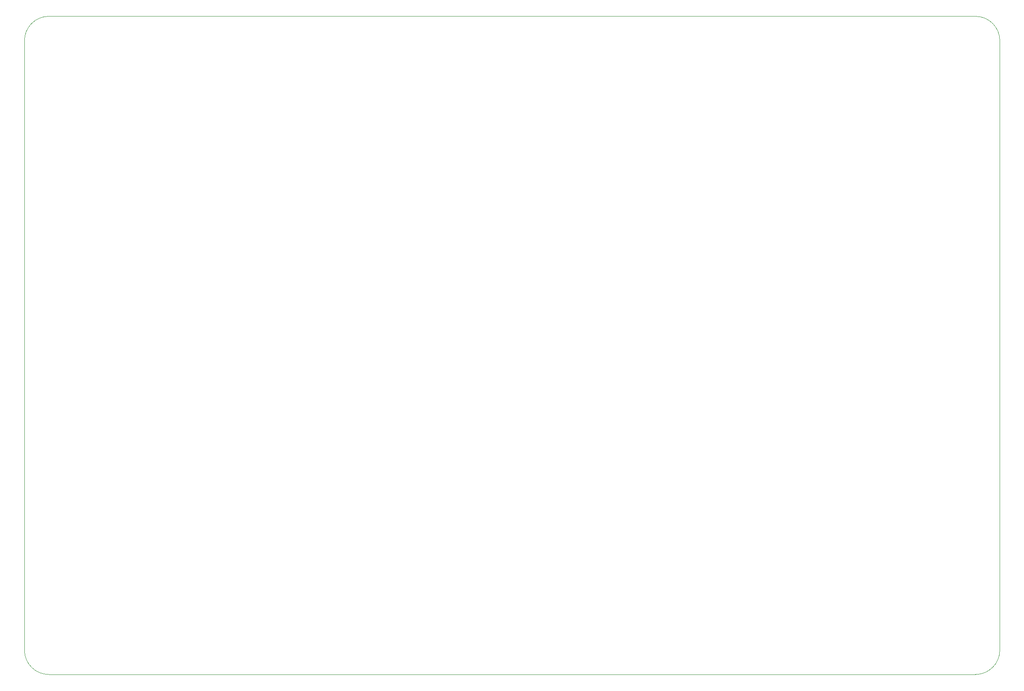
<source format=gbr>
%TF.GenerationSoftware,Altium Limited,Altium Designer,21.6.4 (81)*%
G04 Layer_Color=0*
%FSLAX43Y43*%
%MOMM*%
%TF.SameCoordinates,95A2699C-722C-4572-8EE5-7BEA9F810E30*%
%TF.FilePolarity,Positive*%
%TF.FileFunction,Profile,NP*%
%TF.Part,Single*%
G01*
G75*
%TA.AperFunction,Profile*%
%ADD141C,0.025*%
D141*
X-200000Y5000D02*
X-200000Y130000D01*
D02*
G02*
X-195000Y135000I5000J-0D01*
G01*
X-4973D01*
D02*
G02*
X0Y130000I-27J-5000D01*
G01*
X-0Y5000D01*
D02*
G02*
X-5000Y0I-5000J-0D01*
G01*
X-4975D01*
X-195000Y-0D01*
D02*
G02*
X-200000Y5000I0J5000D01*
G01*
%TF.MD5,c63b82e5e64a1317dc5d12d936da7b01*%
M02*

</source>
